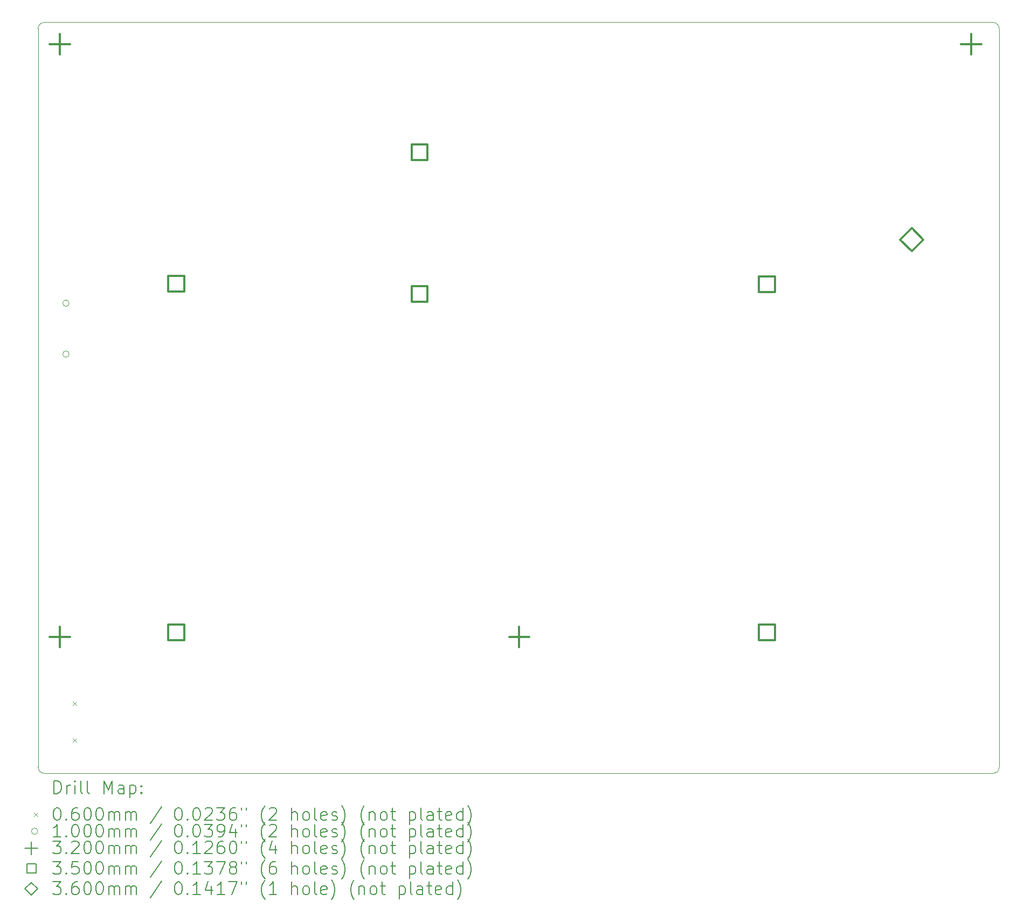
<source format=gbr>
%FSLAX45Y45*%
G04 Gerber Fmt 4.5, Leading zero omitted, Abs format (unit mm)*
G04 Created by KiCad (PCBNEW 6.0.1-79c1e3a40b~116~ubuntu20.04.1) date 2022-02-02 21:52:59*
%MOMM*%
%LPD*%
G01*
G04 APERTURE LIST*
%TA.AperFunction,Profile*%
%ADD10C,0.100000*%
%TD*%
%ADD11C,0.200000*%
%ADD12C,0.060000*%
%ADD13C,0.100000*%
%ADD14C,0.320000*%
%ADD15C,0.350000*%
%ADD16C,0.360000*%
G04 APERTURE END LIST*
D10*
X6943711Y-4329500D02*
X6943711Y-15929789D01*
X21944000Y-4229500D02*
X7043711Y-4229500D01*
X22044000Y-15930500D02*
X22044000Y-4329500D01*
X7043711Y-16029789D02*
X21944000Y-16030500D01*
X7043711Y-4229500D02*
G75*
G03*
X6943711Y-4329500I0J-100000D01*
G01*
X22044000Y-4329500D02*
G75*
G03*
X21944000Y-4229500I-100000J0D01*
G01*
X21944000Y-16030500D02*
G75*
G03*
X22044000Y-15930500I0J100000D01*
G01*
X6943711Y-15929789D02*
G75*
G03*
X7043711Y-16029789I100000J0D01*
G01*
D11*
D12*
X7490000Y-14898500D02*
X7550000Y-14958500D01*
X7550000Y-14898500D02*
X7490000Y-14958500D01*
X7490000Y-15476500D02*
X7550000Y-15536500D01*
X7550000Y-15476500D02*
X7490000Y-15536500D01*
D13*
X7431250Y-8642500D02*
G75*
G03*
X7431250Y-8642500I-50000J0D01*
G01*
X7431250Y-9442500D02*
G75*
G03*
X7431250Y-9442500I-50000J0D01*
G01*
D14*
X7287500Y-4415000D02*
X7287500Y-4735000D01*
X7127500Y-4575000D02*
X7447500Y-4575000D01*
X7287500Y-13725000D02*
X7287500Y-14045000D01*
X7127500Y-13885000D02*
X7447500Y-13885000D01*
X14502500Y-13725000D02*
X14502500Y-14045000D01*
X14342500Y-13885000D02*
X14662500Y-13885000D01*
X21600000Y-4415000D02*
X21600000Y-4735000D01*
X21440000Y-4575000D02*
X21760000Y-4575000D01*
D15*
X9237495Y-8458745D02*
X9237495Y-8211255D01*
X8990005Y-8211255D01*
X8990005Y-8458745D01*
X9237495Y-8458745D01*
X9237495Y-13938745D02*
X9237495Y-13691255D01*
X8990005Y-13691255D01*
X8990005Y-13938745D01*
X9237495Y-13938745D01*
X13057995Y-6392245D02*
X13057995Y-6144755D01*
X12810505Y-6144755D01*
X12810505Y-6392245D01*
X13057995Y-6392245D01*
X13057995Y-8622245D02*
X13057995Y-8374755D01*
X12810505Y-8374755D01*
X12810505Y-8622245D01*
X13057995Y-8622245D01*
X18517495Y-8468745D02*
X18517495Y-8221255D01*
X18270005Y-8221255D01*
X18270005Y-8468745D01*
X18517495Y-8468745D01*
X18517495Y-13938745D02*
X18517495Y-13691255D01*
X18270005Y-13691255D01*
X18270005Y-13938745D01*
X18517495Y-13938745D01*
D16*
X20668750Y-7823000D02*
X20848750Y-7643000D01*
X20668750Y-7463000D01*
X20488750Y-7643000D01*
X20668750Y-7823000D01*
D11*
X7196330Y-16345976D02*
X7196330Y-16145976D01*
X7243949Y-16145976D01*
X7272520Y-16155500D01*
X7291568Y-16174548D01*
X7301091Y-16193595D01*
X7310615Y-16231690D01*
X7310615Y-16260262D01*
X7301091Y-16298357D01*
X7291568Y-16317405D01*
X7272520Y-16336452D01*
X7243949Y-16345976D01*
X7196330Y-16345976D01*
X7396330Y-16345976D02*
X7396330Y-16212643D01*
X7396330Y-16250738D02*
X7405853Y-16231690D01*
X7415377Y-16222167D01*
X7434425Y-16212643D01*
X7453472Y-16212643D01*
X7520139Y-16345976D02*
X7520139Y-16212643D01*
X7520139Y-16145976D02*
X7510615Y-16155500D01*
X7520139Y-16165024D01*
X7529663Y-16155500D01*
X7520139Y-16145976D01*
X7520139Y-16165024D01*
X7643949Y-16345976D02*
X7624901Y-16336452D01*
X7615377Y-16317405D01*
X7615377Y-16145976D01*
X7748711Y-16345976D02*
X7729663Y-16336452D01*
X7720139Y-16317405D01*
X7720139Y-16145976D01*
X7977282Y-16345976D02*
X7977282Y-16145976D01*
X8043949Y-16288833D01*
X8110615Y-16145976D01*
X8110615Y-16345976D01*
X8291568Y-16345976D02*
X8291568Y-16241214D01*
X8282044Y-16222167D01*
X8262996Y-16212643D01*
X8224901Y-16212643D01*
X8205853Y-16222167D01*
X8291568Y-16336452D02*
X8272520Y-16345976D01*
X8224901Y-16345976D01*
X8205853Y-16336452D01*
X8196330Y-16317405D01*
X8196330Y-16298357D01*
X8205853Y-16279309D01*
X8224901Y-16269786D01*
X8272520Y-16269786D01*
X8291568Y-16260262D01*
X8386806Y-16212643D02*
X8386806Y-16412643D01*
X8386806Y-16222167D02*
X8405853Y-16212643D01*
X8443949Y-16212643D01*
X8462996Y-16222167D01*
X8472520Y-16231690D01*
X8482044Y-16250738D01*
X8482044Y-16307881D01*
X8472520Y-16326928D01*
X8462996Y-16336452D01*
X8443949Y-16345976D01*
X8405853Y-16345976D01*
X8386806Y-16336452D01*
X8567758Y-16326928D02*
X8577282Y-16336452D01*
X8567758Y-16345976D01*
X8558234Y-16336452D01*
X8567758Y-16326928D01*
X8567758Y-16345976D01*
X8567758Y-16222167D02*
X8577282Y-16231690D01*
X8567758Y-16241214D01*
X8558234Y-16231690D01*
X8567758Y-16222167D01*
X8567758Y-16241214D01*
D12*
X6878711Y-16645500D02*
X6938711Y-16705500D01*
X6938711Y-16645500D02*
X6878711Y-16705500D01*
D11*
X7234425Y-16565976D02*
X7253472Y-16565976D01*
X7272520Y-16575500D01*
X7282044Y-16585024D01*
X7291568Y-16604071D01*
X7301091Y-16642167D01*
X7301091Y-16689786D01*
X7291568Y-16727881D01*
X7282044Y-16746928D01*
X7272520Y-16756452D01*
X7253472Y-16765976D01*
X7234425Y-16765976D01*
X7215377Y-16756452D01*
X7205853Y-16746928D01*
X7196330Y-16727881D01*
X7186806Y-16689786D01*
X7186806Y-16642167D01*
X7196330Y-16604071D01*
X7205853Y-16585024D01*
X7215377Y-16575500D01*
X7234425Y-16565976D01*
X7386806Y-16746928D02*
X7396330Y-16756452D01*
X7386806Y-16765976D01*
X7377282Y-16756452D01*
X7386806Y-16746928D01*
X7386806Y-16765976D01*
X7567758Y-16565976D02*
X7529663Y-16565976D01*
X7510615Y-16575500D01*
X7501091Y-16585024D01*
X7482044Y-16613595D01*
X7472520Y-16651690D01*
X7472520Y-16727881D01*
X7482044Y-16746928D01*
X7491568Y-16756452D01*
X7510615Y-16765976D01*
X7548711Y-16765976D01*
X7567758Y-16756452D01*
X7577282Y-16746928D01*
X7586806Y-16727881D01*
X7586806Y-16680262D01*
X7577282Y-16661214D01*
X7567758Y-16651690D01*
X7548711Y-16642167D01*
X7510615Y-16642167D01*
X7491568Y-16651690D01*
X7482044Y-16661214D01*
X7472520Y-16680262D01*
X7710615Y-16565976D02*
X7729663Y-16565976D01*
X7748711Y-16575500D01*
X7758234Y-16585024D01*
X7767758Y-16604071D01*
X7777282Y-16642167D01*
X7777282Y-16689786D01*
X7767758Y-16727881D01*
X7758234Y-16746928D01*
X7748711Y-16756452D01*
X7729663Y-16765976D01*
X7710615Y-16765976D01*
X7691568Y-16756452D01*
X7682044Y-16746928D01*
X7672520Y-16727881D01*
X7662996Y-16689786D01*
X7662996Y-16642167D01*
X7672520Y-16604071D01*
X7682044Y-16585024D01*
X7691568Y-16575500D01*
X7710615Y-16565976D01*
X7901091Y-16565976D02*
X7920139Y-16565976D01*
X7939187Y-16575500D01*
X7948711Y-16585024D01*
X7958234Y-16604071D01*
X7967758Y-16642167D01*
X7967758Y-16689786D01*
X7958234Y-16727881D01*
X7948711Y-16746928D01*
X7939187Y-16756452D01*
X7920139Y-16765976D01*
X7901091Y-16765976D01*
X7882044Y-16756452D01*
X7872520Y-16746928D01*
X7862996Y-16727881D01*
X7853472Y-16689786D01*
X7853472Y-16642167D01*
X7862996Y-16604071D01*
X7872520Y-16585024D01*
X7882044Y-16575500D01*
X7901091Y-16565976D01*
X8053472Y-16765976D02*
X8053472Y-16632643D01*
X8053472Y-16651690D02*
X8062996Y-16642167D01*
X8082044Y-16632643D01*
X8110615Y-16632643D01*
X8129663Y-16642167D01*
X8139187Y-16661214D01*
X8139187Y-16765976D01*
X8139187Y-16661214D02*
X8148711Y-16642167D01*
X8167758Y-16632643D01*
X8196330Y-16632643D01*
X8215377Y-16642167D01*
X8224901Y-16661214D01*
X8224901Y-16765976D01*
X8320139Y-16765976D02*
X8320139Y-16632643D01*
X8320139Y-16651690D02*
X8329663Y-16642167D01*
X8348711Y-16632643D01*
X8377282Y-16632643D01*
X8396330Y-16642167D01*
X8405853Y-16661214D01*
X8405853Y-16765976D01*
X8405853Y-16661214D02*
X8415377Y-16642167D01*
X8434425Y-16632643D01*
X8462996Y-16632643D01*
X8482044Y-16642167D01*
X8491568Y-16661214D01*
X8491568Y-16765976D01*
X8882044Y-16556452D02*
X8710615Y-16813595D01*
X9139187Y-16565976D02*
X9158234Y-16565976D01*
X9177282Y-16575500D01*
X9186806Y-16585024D01*
X9196330Y-16604071D01*
X9205853Y-16642167D01*
X9205853Y-16689786D01*
X9196330Y-16727881D01*
X9186806Y-16746928D01*
X9177282Y-16756452D01*
X9158234Y-16765976D01*
X9139187Y-16765976D01*
X9120139Y-16756452D01*
X9110615Y-16746928D01*
X9101092Y-16727881D01*
X9091568Y-16689786D01*
X9091568Y-16642167D01*
X9101092Y-16604071D01*
X9110615Y-16585024D01*
X9120139Y-16575500D01*
X9139187Y-16565976D01*
X9291568Y-16746928D02*
X9301092Y-16756452D01*
X9291568Y-16765976D01*
X9282044Y-16756452D01*
X9291568Y-16746928D01*
X9291568Y-16765976D01*
X9424901Y-16565976D02*
X9443949Y-16565976D01*
X9462996Y-16575500D01*
X9472520Y-16585024D01*
X9482044Y-16604071D01*
X9491568Y-16642167D01*
X9491568Y-16689786D01*
X9482044Y-16727881D01*
X9472520Y-16746928D01*
X9462996Y-16756452D01*
X9443949Y-16765976D01*
X9424901Y-16765976D01*
X9405853Y-16756452D01*
X9396330Y-16746928D01*
X9386806Y-16727881D01*
X9377282Y-16689786D01*
X9377282Y-16642167D01*
X9386806Y-16604071D01*
X9396330Y-16585024D01*
X9405853Y-16575500D01*
X9424901Y-16565976D01*
X9567758Y-16585024D02*
X9577282Y-16575500D01*
X9596330Y-16565976D01*
X9643949Y-16565976D01*
X9662996Y-16575500D01*
X9672520Y-16585024D01*
X9682044Y-16604071D01*
X9682044Y-16623119D01*
X9672520Y-16651690D01*
X9558234Y-16765976D01*
X9682044Y-16765976D01*
X9748711Y-16565976D02*
X9872520Y-16565976D01*
X9805853Y-16642167D01*
X9834425Y-16642167D01*
X9853473Y-16651690D01*
X9862996Y-16661214D01*
X9872520Y-16680262D01*
X9872520Y-16727881D01*
X9862996Y-16746928D01*
X9853473Y-16756452D01*
X9834425Y-16765976D01*
X9777282Y-16765976D01*
X9758234Y-16756452D01*
X9748711Y-16746928D01*
X10043949Y-16565976D02*
X10005853Y-16565976D01*
X9986806Y-16575500D01*
X9977282Y-16585024D01*
X9958234Y-16613595D01*
X9948711Y-16651690D01*
X9948711Y-16727881D01*
X9958234Y-16746928D01*
X9967758Y-16756452D01*
X9986806Y-16765976D01*
X10024901Y-16765976D01*
X10043949Y-16756452D01*
X10053473Y-16746928D01*
X10062996Y-16727881D01*
X10062996Y-16680262D01*
X10053473Y-16661214D01*
X10043949Y-16651690D01*
X10024901Y-16642167D01*
X9986806Y-16642167D01*
X9967758Y-16651690D01*
X9958234Y-16661214D01*
X9948711Y-16680262D01*
X10139187Y-16565976D02*
X10139187Y-16604071D01*
X10215377Y-16565976D02*
X10215377Y-16604071D01*
X10510615Y-16842167D02*
X10501092Y-16832643D01*
X10482044Y-16804071D01*
X10472520Y-16785024D01*
X10462996Y-16756452D01*
X10453473Y-16708833D01*
X10453473Y-16670738D01*
X10462996Y-16623119D01*
X10472520Y-16594548D01*
X10482044Y-16575500D01*
X10501092Y-16546928D01*
X10510615Y-16537405D01*
X10577282Y-16585024D02*
X10586806Y-16575500D01*
X10605853Y-16565976D01*
X10653473Y-16565976D01*
X10672520Y-16575500D01*
X10682044Y-16585024D01*
X10691568Y-16604071D01*
X10691568Y-16623119D01*
X10682044Y-16651690D01*
X10567758Y-16765976D01*
X10691568Y-16765976D01*
X10929663Y-16765976D02*
X10929663Y-16565976D01*
X11015377Y-16765976D02*
X11015377Y-16661214D01*
X11005853Y-16642167D01*
X10986806Y-16632643D01*
X10958234Y-16632643D01*
X10939187Y-16642167D01*
X10929663Y-16651690D01*
X11139187Y-16765976D02*
X11120139Y-16756452D01*
X11110615Y-16746928D01*
X11101092Y-16727881D01*
X11101092Y-16670738D01*
X11110615Y-16651690D01*
X11120139Y-16642167D01*
X11139187Y-16632643D01*
X11167758Y-16632643D01*
X11186806Y-16642167D01*
X11196330Y-16651690D01*
X11205853Y-16670738D01*
X11205853Y-16727881D01*
X11196330Y-16746928D01*
X11186806Y-16756452D01*
X11167758Y-16765976D01*
X11139187Y-16765976D01*
X11320139Y-16765976D02*
X11301091Y-16756452D01*
X11291568Y-16737405D01*
X11291568Y-16565976D01*
X11472520Y-16756452D02*
X11453472Y-16765976D01*
X11415377Y-16765976D01*
X11396330Y-16756452D01*
X11386806Y-16737405D01*
X11386806Y-16661214D01*
X11396330Y-16642167D01*
X11415377Y-16632643D01*
X11453472Y-16632643D01*
X11472520Y-16642167D01*
X11482044Y-16661214D01*
X11482044Y-16680262D01*
X11386806Y-16699309D01*
X11558234Y-16756452D02*
X11577282Y-16765976D01*
X11615377Y-16765976D01*
X11634425Y-16756452D01*
X11643949Y-16737405D01*
X11643949Y-16727881D01*
X11634425Y-16708833D01*
X11615377Y-16699309D01*
X11586806Y-16699309D01*
X11567758Y-16689786D01*
X11558234Y-16670738D01*
X11558234Y-16661214D01*
X11567758Y-16642167D01*
X11586806Y-16632643D01*
X11615377Y-16632643D01*
X11634425Y-16642167D01*
X11710615Y-16842167D02*
X11720139Y-16832643D01*
X11739187Y-16804071D01*
X11748710Y-16785024D01*
X11758234Y-16756452D01*
X11767758Y-16708833D01*
X11767758Y-16670738D01*
X11758234Y-16623119D01*
X11748710Y-16594548D01*
X11739187Y-16575500D01*
X11720139Y-16546928D01*
X11710615Y-16537405D01*
X12072520Y-16842167D02*
X12062996Y-16832643D01*
X12043949Y-16804071D01*
X12034425Y-16785024D01*
X12024901Y-16756452D01*
X12015377Y-16708833D01*
X12015377Y-16670738D01*
X12024901Y-16623119D01*
X12034425Y-16594548D01*
X12043949Y-16575500D01*
X12062996Y-16546928D01*
X12072520Y-16537405D01*
X12148710Y-16632643D02*
X12148710Y-16765976D01*
X12148710Y-16651690D02*
X12158234Y-16642167D01*
X12177282Y-16632643D01*
X12205853Y-16632643D01*
X12224901Y-16642167D01*
X12234425Y-16661214D01*
X12234425Y-16765976D01*
X12358234Y-16765976D02*
X12339187Y-16756452D01*
X12329663Y-16746928D01*
X12320139Y-16727881D01*
X12320139Y-16670738D01*
X12329663Y-16651690D01*
X12339187Y-16642167D01*
X12358234Y-16632643D01*
X12386806Y-16632643D01*
X12405853Y-16642167D01*
X12415377Y-16651690D01*
X12424901Y-16670738D01*
X12424901Y-16727881D01*
X12415377Y-16746928D01*
X12405853Y-16756452D01*
X12386806Y-16765976D01*
X12358234Y-16765976D01*
X12482044Y-16632643D02*
X12558234Y-16632643D01*
X12510615Y-16565976D02*
X12510615Y-16737405D01*
X12520139Y-16756452D01*
X12539187Y-16765976D01*
X12558234Y-16765976D01*
X12777282Y-16632643D02*
X12777282Y-16832643D01*
X12777282Y-16642167D02*
X12796330Y-16632643D01*
X12834425Y-16632643D01*
X12853472Y-16642167D01*
X12862996Y-16651690D01*
X12872520Y-16670738D01*
X12872520Y-16727881D01*
X12862996Y-16746928D01*
X12853472Y-16756452D01*
X12834425Y-16765976D01*
X12796330Y-16765976D01*
X12777282Y-16756452D01*
X12986806Y-16765976D02*
X12967758Y-16756452D01*
X12958234Y-16737405D01*
X12958234Y-16565976D01*
X13148710Y-16765976D02*
X13148710Y-16661214D01*
X13139187Y-16642167D01*
X13120139Y-16632643D01*
X13082044Y-16632643D01*
X13062996Y-16642167D01*
X13148710Y-16756452D02*
X13129663Y-16765976D01*
X13082044Y-16765976D01*
X13062996Y-16756452D01*
X13053472Y-16737405D01*
X13053472Y-16718357D01*
X13062996Y-16699309D01*
X13082044Y-16689786D01*
X13129663Y-16689786D01*
X13148710Y-16680262D01*
X13215377Y-16632643D02*
X13291568Y-16632643D01*
X13243949Y-16565976D02*
X13243949Y-16737405D01*
X13253472Y-16756452D01*
X13272520Y-16765976D01*
X13291568Y-16765976D01*
X13434425Y-16756452D02*
X13415377Y-16765976D01*
X13377282Y-16765976D01*
X13358234Y-16756452D01*
X13348710Y-16737405D01*
X13348710Y-16661214D01*
X13358234Y-16642167D01*
X13377282Y-16632643D01*
X13415377Y-16632643D01*
X13434425Y-16642167D01*
X13443949Y-16661214D01*
X13443949Y-16680262D01*
X13348710Y-16699309D01*
X13615377Y-16765976D02*
X13615377Y-16565976D01*
X13615377Y-16756452D02*
X13596330Y-16765976D01*
X13558234Y-16765976D01*
X13539187Y-16756452D01*
X13529663Y-16746928D01*
X13520139Y-16727881D01*
X13520139Y-16670738D01*
X13529663Y-16651690D01*
X13539187Y-16642167D01*
X13558234Y-16632643D01*
X13596330Y-16632643D01*
X13615377Y-16642167D01*
X13691568Y-16842167D02*
X13701091Y-16832643D01*
X13720139Y-16804071D01*
X13729663Y-16785024D01*
X13739187Y-16756452D01*
X13748710Y-16708833D01*
X13748710Y-16670738D01*
X13739187Y-16623119D01*
X13729663Y-16594548D01*
X13720139Y-16575500D01*
X13701091Y-16546928D01*
X13691568Y-16537405D01*
D13*
X6938711Y-16939500D02*
G75*
G03*
X6938711Y-16939500I-50000J0D01*
G01*
D11*
X7301091Y-17029976D02*
X7186806Y-17029976D01*
X7243949Y-17029976D02*
X7243949Y-16829976D01*
X7224901Y-16858548D01*
X7205853Y-16877595D01*
X7186806Y-16887119D01*
X7386806Y-17010929D02*
X7396330Y-17020452D01*
X7386806Y-17029976D01*
X7377282Y-17020452D01*
X7386806Y-17010929D01*
X7386806Y-17029976D01*
X7520139Y-16829976D02*
X7539187Y-16829976D01*
X7558234Y-16839500D01*
X7567758Y-16849024D01*
X7577282Y-16868071D01*
X7586806Y-16906167D01*
X7586806Y-16953786D01*
X7577282Y-16991881D01*
X7567758Y-17010929D01*
X7558234Y-17020452D01*
X7539187Y-17029976D01*
X7520139Y-17029976D01*
X7501091Y-17020452D01*
X7491568Y-17010929D01*
X7482044Y-16991881D01*
X7472520Y-16953786D01*
X7472520Y-16906167D01*
X7482044Y-16868071D01*
X7491568Y-16849024D01*
X7501091Y-16839500D01*
X7520139Y-16829976D01*
X7710615Y-16829976D02*
X7729663Y-16829976D01*
X7748711Y-16839500D01*
X7758234Y-16849024D01*
X7767758Y-16868071D01*
X7777282Y-16906167D01*
X7777282Y-16953786D01*
X7767758Y-16991881D01*
X7758234Y-17010929D01*
X7748711Y-17020452D01*
X7729663Y-17029976D01*
X7710615Y-17029976D01*
X7691568Y-17020452D01*
X7682044Y-17010929D01*
X7672520Y-16991881D01*
X7662996Y-16953786D01*
X7662996Y-16906167D01*
X7672520Y-16868071D01*
X7682044Y-16849024D01*
X7691568Y-16839500D01*
X7710615Y-16829976D01*
X7901091Y-16829976D02*
X7920139Y-16829976D01*
X7939187Y-16839500D01*
X7948711Y-16849024D01*
X7958234Y-16868071D01*
X7967758Y-16906167D01*
X7967758Y-16953786D01*
X7958234Y-16991881D01*
X7948711Y-17010929D01*
X7939187Y-17020452D01*
X7920139Y-17029976D01*
X7901091Y-17029976D01*
X7882044Y-17020452D01*
X7872520Y-17010929D01*
X7862996Y-16991881D01*
X7853472Y-16953786D01*
X7853472Y-16906167D01*
X7862996Y-16868071D01*
X7872520Y-16849024D01*
X7882044Y-16839500D01*
X7901091Y-16829976D01*
X8053472Y-17029976D02*
X8053472Y-16896643D01*
X8053472Y-16915690D02*
X8062996Y-16906167D01*
X8082044Y-16896643D01*
X8110615Y-16896643D01*
X8129663Y-16906167D01*
X8139187Y-16925214D01*
X8139187Y-17029976D01*
X8139187Y-16925214D02*
X8148711Y-16906167D01*
X8167758Y-16896643D01*
X8196330Y-16896643D01*
X8215377Y-16906167D01*
X8224901Y-16925214D01*
X8224901Y-17029976D01*
X8320139Y-17029976D02*
X8320139Y-16896643D01*
X8320139Y-16915690D02*
X8329663Y-16906167D01*
X8348711Y-16896643D01*
X8377282Y-16896643D01*
X8396330Y-16906167D01*
X8405853Y-16925214D01*
X8405853Y-17029976D01*
X8405853Y-16925214D02*
X8415377Y-16906167D01*
X8434425Y-16896643D01*
X8462996Y-16896643D01*
X8482044Y-16906167D01*
X8491568Y-16925214D01*
X8491568Y-17029976D01*
X8882044Y-16820452D02*
X8710615Y-17077595D01*
X9139187Y-16829976D02*
X9158234Y-16829976D01*
X9177282Y-16839500D01*
X9186806Y-16849024D01*
X9196330Y-16868071D01*
X9205853Y-16906167D01*
X9205853Y-16953786D01*
X9196330Y-16991881D01*
X9186806Y-17010929D01*
X9177282Y-17020452D01*
X9158234Y-17029976D01*
X9139187Y-17029976D01*
X9120139Y-17020452D01*
X9110615Y-17010929D01*
X9101092Y-16991881D01*
X9091568Y-16953786D01*
X9091568Y-16906167D01*
X9101092Y-16868071D01*
X9110615Y-16849024D01*
X9120139Y-16839500D01*
X9139187Y-16829976D01*
X9291568Y-17010929D02*
X9301092Y-17020452D01*
X9291568Y-17029976D01*
X9282044Y-17020452D01*
X9291568Y-17010929D01*
X9291568Y-17029976D01*
X9424901Y-16829976D02*
X9443949Y-16829976D01*
X9462996Y-16839500D01*
X9472520Y-16849024D01*
X9482044Y-16868071D01*
X9491568Y-16906167D01*
X9491568Y-16953786D01*
X9482044Y-16991881D01*
X9472520Y-17010929D01*
X9462996Y-17020452D01*
X9443949Y-17029976D01*
X9424901Y-17029976D01*
X9405853Y-17020452D01*
X9396330Y-17010929D01*
X9386806Y-16991881D01*
X9377282Y-16953786D01*
X9377282Y-16906167D01*
X9386806Y-16868071D01*
X9396330Y-16849024D01*
X9405853Y-16839500D01*
X9424901Y-16829976D01*
X9558234Y-16829976D02*
X9682044Y-16829976D01*
X9615377Y-16906167D01*
X9643949Y-16906167D01*
X9662996Y-16915690D01*
X9672520Y-16925214D01*
X9682044Y-16944262D01*
X9682044Y-16991881D01*
X9672520Y-17010929D01*
X9662996Y-17020452D01*
X9643949Y-17029976D01*
X9586806Y-17029976D01*
X9567758Y-17020452D01*
X9558234Y-17010929D01*
X9777282Y-17029976D02*
X9815377Y-17029976D01*
X9834425Y-17020452D01*
X9843949Y-17010929D01*
X9862996Y-16982357D01*
X9872520Y-16944262D01*
X9872520Y-16868071D01*
X9862996Y-16849024D01*
X9853473Y-16839500D01*
X9834425Y-16829976D01*
X9796330Y-16829976D01*
X9777282Y-16839500D01*
X9767758Y-16849024D01*
X9758234Y-16868071D01*
X9758234Y-16915690D01*
X9767758Y-16934738D01*
X9777282Y-16944262D01*
X9796330Y-16953786D01*
X9834425Y-16953786D01*
X9853473Y-16944262D01*
X9862996Y-16934738D01*
X9872520Y-16915690D01*
X10043949Y-16896643D02*
X10043949Y-17029976D01*
X9996330Y-16820452D02*
X9948711Y-16963310D01*
X10072520Y-16963310D01*
X10139187Y-16829976D02*
X10139187Y-16868071D01*
X10215377Y-16829976D02*
X10215377Y-16868071D01*
X10510615Y-17106167D02*
X10501092Y-17096643D01*
X10482044Y-17068071D01*
X10472520Y-17049024D01*
X10462996Y-17020452D01*
X10453473Y-16972833D01*
X10453473Y-16934738D01*
X10462996Y-16887119D01*
X10472520Y-16858548D01*
X10482044Y-16839500D01*
X10501092Y-16810929D01*
X10510615Y-16801405D01*
X10577282Y-16849024D02*
X10586806Y-16839500D01*
X10605853Y-16829976D01*
X10653473Y-16829976D01*
X10672520Y-16839500D01*
X10682044Y-16849024D01*
X10691568Y-16868071D01*
X10691568Y-16887119D01*
X10682044Y-16915690D01*
X10567758Y-17029976D01*
X10691568Y-17029976D01*
X10929663Y-17029976D02*
X10929663Y-16829976D01*
X11015377Y-17029976D02*
X11015377Y-16925214D01*
X11005853Y-16906167D01*
X10986806Y-16896643D01*
X10958234Y-16896643D01*
X10939187Y-16906167D01*
X10929663Y-16915690D01*
X11139187Y-17029976D02*
X11120139Y-17020452D01*
X11110615Y-17010929D01*
X11101092Y-16991881D01*
X11101092Y-16934738D01*
X11110615Y-16915690D01*
X11120139Y-16906167D01*
X11139187Y-16896643D01*
X11167758Y-16896643D01*
X11186806Y-16906167D01*
X11196330Y-16915690D01*
X11205853Y-16934738D01*
X11205853Y-16991881D01*
X11196330Y-17010929D01*
X11186806Y-17020452D01*
X11167758Y-17029976D01*
X11139187Y-17029976D01*
X11320139Y-17029976D02*
X11301091Y-17020452D01*
X11291568Y-17001405D01*
X11291568Y-16829976D01*
X11472520Y-17020452D02*
X11453472Y-17029976D01*
X11415377Y-17029976D01*
X11396330Y-17020452D01*
X11386806Y-17001405D01*
X11386806Y-16925214D01*
X11396330Y-16906167D01*
X11415377Y-16896643D01*
X11453472Y-16896643D01*
X11472520Y-16906167D01*
X11482044Y-16925214D01*
X11482044Y-16944262D01*
X11386806Y-16963310D01*
X11558234Y-17020452D02*
X11577282Y-17029976D01*
X11615377Y-17029976D01*
X11634425Y-17020452D01*
X11643949Y-17001405D01*
X11643949Y-16991881D01*
X11634425Y-16972833D01*
X11615377Y-16963310D01*
X11586806Y-16963310D01*
X11567758Y-16953786D01*
X11558234Y-16934738D01*
X11558234Y-16925214D01*
X11567758Y-16906167D01*
X11586806Y-16896643D01*
X11615377Y-16896643D01*
X11634425Y-16906167D01*
X11710615Y-17106167D02*
X11720139Y-17096643D01*
X11739187Y-17068071D01*
X11748710Y-17049024D01*
X11758234Y-17020452D01*
X11767758Y-16972833D01*
X11767758Y-16934738D01*
X11758234Y-16887119D01*
X11748710Y-16858548D01*
X11739187Y-16839500D01*
X11720139Y-16810929D01*
X11710615Y-16801405D01*
X12072520Y-17106167D02*
X12062996Y-17096643D01*
X12043949Y-17068071D01*
X12034425Y-17049024D01*
X12024901Y-17020452D01*
X12015377Y-16972833D01*
X12015377Y-16934738D01*
X12024901Y-16887119D01*
X12034425Y-16858548D01*
X12043949Y-16839500D01*
X12062996Y-16810929D01*
X12072520Y-16801405D01*
X12148710Y-16896643D02*
X12148710Y-17029976D01*
X12148710Y-16915690D02*
X12158234Y-16906167D01*
X12177282Y-16896643D01*
X12205853Y-16896643D01*
X12224901Y-16906167D01*
X12234425Y-16925214D01*
X12234425Y-17029976D01*
X12358234Y-17029976D02*
X12339187Y-17020452D01*
X12329663Y-17010929D01*
X12320139Y-16991881D01*
X12320139Y-16934738D01*
X12329663Y-16915690D01*
X12339187Y-16906167D01*
X12358234Y-16896643D01*
X12386806Y-16896643D01*
X12405853Y-16906167D01*
X12415377Y-16915690D01*
X12424901Y-16934738D01*
X12424901Y-16991881D01*
X12415377Y-17010929D01*
X12405853Y-17020452D01*
X12386806Y-17029976D01*
X12358234Y-17029976D01*
X12482044Y-16896643D02*
X12558234Y-16896643D01*
X12510615Y-16829976D02*
X12510615Y-17001405D01*
X12520139Y-17020452D01*
X12539187Y-17029976D01*
X12558234Y-17029976D01*
X12777282Y-16896643D02*
X12777282Y-17096643D01*
X12777282Y-16906167D02*
X12796330Y-16896643D01*
X12834425Y-16896643D01*
X12853472Y-16906167D01*
X12862996Y-16915690D01*
X12872520Y-16934738D01*
X12872520Y-16991881D01*
X12862996Y-17010929D01*
X12853472Y-17020452D01*
X12834425Y-17029976D01*
X12796330Y-17029976D01*
X12777282Y-17020452D01*
X12986806Y-17029976D02*
X12967758Y-17020452D01*
X12958234Y-17001405D01*
X12958234Y-16829976D01*
X13148710Y-17029976D02*
X13148710Y-16925214D01*
X13139187Y-16906167D01*
X13120139Y-16896643D01*
X13082044Y-16896643D01*
X13062996Y-16906167D01*
X13148710Y-17020452D02*
X13129663Y-17029976D01*
X13082044Y-17029976D01*
X13062996Y-17020452D01*
X13053472Y-17001405D01*
X13053472Y-16982357D01*
X13062996Y-16963310D01*
X13082044Y-16953786D01*
X13129663Y-16953786D01*
X13148710Y-16944262D01*
X13215377Y-16896643D02*
X13291568Y-16896643D01*
X13243949Y-16829976D02*
X13243949Y-17001405D01*
X13253472Y-17020452D01*
X13272520Y-17029976D01*
X13291568Y-17029976D01*
X13434425Y-17020452D02*
X13415377Y-17029976D01*
X13377282Y-17029976D01*
X13358234Y-17020452D01*
X13348710Y-17001405D01*
X13348710Y-16925214D01*
X13358234Y-16906167D01*
X13377282Y-16896643D01*
X13415377Y-16896643D01*
X13434425Y-16906167D01*
X13443949Y-16925214D01*
X13443949Y-16944262D01*
X13348710Y-16963310D01*
X13615377Y-17029976D02*
X13615377Y-16829976D01*
X13615377Y-17020452D02*
X13596330Y-17029976D01*
X13558234Y-17029976D01*
X13539187Y-17020452D01*
X13529663Y-17010929D01*
X13520139Y-16991881D01*
X13520139Y-16934738D01*
X13529663Y-16915690D01*
X13539187Y-16906167D01*
X13558234Y-16896643D01*
X13596330Y-16896643D01*
X13615377Y-16906167D01*
X13691568Y-17106167D02*
X13701091Y-17096643D01*
X13720139Y-17068071D01*
X13729663Y-17049024D01*
X13739187Y-17020452D01*
X13748710Y-16972833D01*
X13748710Y-16934738D01*
X13739187Y-16887119D01*
X13729663Y-16858548D01*
X13720139Y-16839500D01*
X13701091Y-16810929D01*
X13691568Y-16801405D01*
X6838711Y-17103500D02*
X6838711Y-17303500D01*
X6738711Y-17203500D02*
X6938711Y-17203500D01*
X7177282Y-17093976D02*
X7301091Y-17093976D01*
X7234425Y-17170167D01*
X7262996Y-17170167D01*
X7282044Y-17179690D01*
X7291568Y-17189214D01*
X7301091Y-17208262D01*
X7301091Y-17255881D01*
X7291568Y-17274929D01*
X7282044Y-17284452D01*
X7262996Y-17293976D01*
X7205853Y-17293976D01*
X7186806Y-17284452D01*
X7177282Y-17274929D01*
X7386806Y-17274929D02*
X7396330Y-17284452D01*
X7386806Y-17293976D01*
X7377282Y-17284452D01*
X7386806Y-17274929D01*
X7386806Y-17293976D01*
X7472520Y-17113024D02*
X7482044Y-17103500D01*
X7501091Y-17093976D01*
X7548711Y-17093976D01*
X7567758Y-17103500D01*
X7577282Y-17113024D01*
X7586806Y-17132071D01*
X7586806Y-17151119D01*
X7577282Y-17179690D01*
X7462996Y-17293976D01*
X7586806Y-17293976D01*
X7710615Y-17093976D02*
X7729663Y-17093976D01*
X7748711Y-17103500D01*
X7758234Y-17113024D01*
X7767758Y-17132071D01*
X7777282Y-17170167D01*
X7777282Y-17217786D01*
X7767758Y-17255881D01*
X7758234Y-17274929D01*
X7748711Y-17284452D01*
X7729663Y-17293976D01*
X7710615Y-17293976D01*
X7691568Y-17284452D01*
X7682044Y-17274929D01*
X7672520Y-17255881D01*
X7662996Y-17217786D01*
X7662996Y-17170167D01*
X7672520Y-17132071D01*
X7682044Y-17113024D01*
X7691568Y-17103500D01*
X7710615Y-17093976D01*
X7901091Y-17093976D02*
X7920139Y-17093976D01*
X7939187Y-17103500D01*
X7948711Y-17113024D01*
X7958234Y-17132071D01*
X7967758Y-17170167D01*
X7967758Y-17217786D01*
X7958234Y-17255881D01*
X7948711Y-17274929D01*
X7939187Y-17284452D01*
X7920139Y-17293976D01*
X7901091Y-17293976D01*
X7882044Y-17284452D01*
X7872520Y-17274929D01*
X7862996Y-17255881D01*
X7853472Y-17217786D01*
X7853472Y-17170167D01*
X7862996Y-17132071D01*
X7872520Y-17113024D01*
X7882044Y-17103500D01*
X7901091Y-17093976D01*
X8053472Y-17293976D02*
X8053472Y-17160643D01*
X8053472Y-17179690D02*
X8062996Y-17170167D01*
X8082044Y-17160643D01*
X8110615Y-17160643D01*
X8129663Y-17170167D01*
X8139187Y-17189214D01*
X8139187Y-17293976D01*
X8139187Y-17189214D02*
X8148711Y-17170167D01*
X8167758Y-17160643D01*
X8196330Y-17160643D01*
X8215377Y-17170167D01*
X8224901Y-17189214D01*
X8224901Y-17293976D01*
X8320139Y-17293976D02*
X8320139Y-17160643D01*
X8320139Y-17179690D02*
X8329663Y-17170167D01*
X8348711Y-17160643D01*
X8377282Y-17160643D01*
X8396330Y-17170167D01*
X8405853Y-17189214D01*
X8405853Y-17293976D01*
X8405853Y-17189214D02*
X8415377Y-17170167D01*
X8434425Y-17160643D01*
X8462996Y-17160643D01*
X8482044Y-17170167D01*
X8491568Y-17189214D01*
X8491568Y-17293976D01*
X8882044Y-17084452D02*
X8710615Y-17341595D01*
X9139187Y-17093976D02*
X9158234Y-17093976D01*
X9177282Y-17103500D01*
X9186806Y-17113024D01*
X9196330Y-17132071D01*
X9205853Y-17170167D01*
X9205853Y-17217786D01*
X9196330Y-17255881D01*
X9186806Y-17274929D01*
X9177282Y-17284452D01*
X9158234Y-17293976D01*
X9139187Y-17293976D01*
X9120139Y-17284452D01*
X9110615Y-17274929D01*
X9101092Y-17255881D01*
X9091568Y-17217786D01*
X9091568Y-17170167D01*
X9101092Y-17132071D01*
X9110615Y-17113024D01*
X9120139Y-17103500D01*
X9139187Y-17093976D01*
X9291568Y-17274929D02*
X9301092Y-17284452D01*
X9291568Y-17293976D01*
X9282044Y-17284452D01*
X9291568Y-17274929D01*
X9291568Y-17293976D01*
X9491568Y-17293976D02*
X9377282Y-17293976D01*
X9434425Y-17293976D02*
X9434425Y-17093976D01*
X9415377Y-17122548D01*
X9396330Y-17141595D01*
X9377282Y-17151119D01*
X9567758Y-17113024D02*
X9577282Y-17103500D01*
X9596330Y-17093976D01*
X9643949Y-17093976D01*
X9662996Y-17103500D01*
X9672520Y-17113024D01*
X9682044Y-17132071D01*
X9682044Y-17151119D01*
X9672520Y-17179690D01*
X9558234Y-17293976D01*
X9682044Y-17293976D01*
X9853473Y-17093976D02*
X9815377Y-17093976D01*
X9796330Y-17103500D01*
X9786806Y-17113024D01*
X9767758Y-17141595D01*
X9758234Y-17179690D01*
X9758234Y-17255881D01*
X9767758Y-17274929D01*
X9777282Y-17284452D01*
X9796330Y-17293976D01*
X9834425Y-17293976D01*
X9853473Y-17284452D01*
X9862996Y-17274929D01*
X9872520Y-17255881D01*
X9872520Y-17208262D01*
X9862996Y-17189214D01*
X9853473Y-17179690D01*
X9834425Y-17170167D01*
X9796330Y-17170167D01*
X9777282Y-17179690D01*
X9767758Y-17189214D01*
X9758234Y-17208262D01*
X9996330Y-17093976D02*
X10015377Y-17093976D01*
X10034425Y-17103500D01*
X10043949Y-17113024D01*
X10053473Y-17132071D01*
X10062996Y-17170167D01*
X10062996Y-17217786D01*
X10053473Y-17255881D01*
X10043949Y-17274929D01*
X10034425Y-17284452D01*
X10015377Y-17293976D01*
X9996330Y-17293976D01*
X9977282Y-17284452D01*
X9967758Y-17274929D01*
X9958234Y-17255881D01*
X9948711Y-17217786D01*
X9948711Y-17170167D01*
X9958234Y-17132071D01*
X9967758Y-17113024D01*
X9977282Y-17103500D01*
X9996330Y-17093976D01*
X10139187Y-17093976D02*
X10139187Y-17132071D01*
X10215377Y-17093976D02*
X10215377Y-17132071D01*
X10510615Y-17370167D02*
X10501092Y-17360643D01*
X10482044Y-17332071D01*
X10472520Y-17313024D01*
X10462996Y-17284452D01*
X10453473Y-17236833D01*
X10453473Y-17198738D01*
X10462996Y-17151119D01*
X10472520Y-17122548D01*
X10482044Y-17103500D01*
X10501092Y-17074929D01*
X10510615Y-17065405D01*
X10672520Y-17160643D02*
X10672520Y-17293976D01*
X10624901Y-17084452D02*
X10577282Y-17227310D01*
X10701092Y-17227310D01*
X10929663Y-17293976D02*
X10929663Y-17093976D01*
X11015377Y-17293976D02*
X11015377Y-17189214D01*
X11005853Y-17170167D01*
X10986806Y-17160643D01*
X10958234Y-17160643D01*
X10939187Y-17170167D01*
X10929663Y-17179690D01*
X11139187Y-17293976D02*
X11120139Y-17284452D01*
X11110615Y-17274929D01*
X11101092Y-17255881D01*
X11101092Y-17198738D01*
X11110615Y-17179690D01*
X11120139Y-17170167D01*
X11139187Y-17160643D01*
X11167758Y-17160643D01*
X11186806Y-17170167D01*
X11196330Y-17179690D01*
X11205853Y-17198738D01*
X11205853Y-17255881D01*
X11196330Y-17274929D01*
X11186806Y-17284452D01*
X11167758Y-17293976D01*
X11139187Y-17293976D01*
X11320139Y-17293976D02*
X11301091Y-17284452D01*
X11291568Y-17265405D01*
X11291568Y-17093976D01*
X11472520Y-17284452D02*
X11453472Y-17293976D01*
X11415377Y-17293976D01*
X11396330Y-17284452D01*
X11386806Y-17265405D01*
X11386806Y-17189214D01*
X11396330Y-17170167D01*
X11415377Y-17160643D01*
X11453472Y-17160643D01*
X11472520Y-17170167D01*
X11482044Y-17189214D01*
X11482044Y-17208262D01*
X11386806Y-17227310D01*
X11558234Y-17284452D02*
X11577282Y-17293976D01*
X11615377Y-17293976D01*
X11634425Y-17284452D01*
X11643949Y-17265405D01*
X11643949Y-17255881D01*
X11634425Y-17236833D01*
X11615377Y-17227310D01*
X11586806Y-17227310D01*
X11567758Y-17217786D01*
X11558234Y-17198738D01*
X11558234Y-17189214D01*
X11567758Y-17170167D01*
X11586806Y-17160643D01*
X11615377Y-17160643D01*
X11634425Y-17170167D01*
X11710615Y-17370167D02*
X11720139Y-17360643D01*
X11739187Y-17332071D01*
X11748710Y-17313024D01*
X11758234Y-17284452D01*
X11767758Y-17236833D01*
X11767758Y-17198738D01*
X11758234Y-17151119D01*
X11748710Y-17122548D01*
X11739187Y-17103500D01*
X11720139Y-17074929D01*
X11710615Y-17065405D01*
X12072520Y-17370167D02*
X12062996Y-17360643D01*
X12043949Y-17332071D01*
X12034425Y-17313024D01*
X12024901Y-17284452D01*
X12015377Y-17236833D01*
X12015377Y-17198738D01*
X12024901Y-17151119D01*
X12034425Y-17122548D01*
X12043949Y-17103500D01*
X12062996Y-17074929D01*
X12072520Y-17065405D01*
X12148710Y-17160643D02*
X12148710Y-17293976D01*
X12148710Y-17179690D02*
X12158234Y-17170167D01*
X12177282Y-17160643D01*
X12205853Y-17160643D01*
X12224901Y-17170167D01*
X12234425Y-17189214D01*
X12234425Y-17293976D01*
X12358234Y-17293976D02*
X12339187Y-17284452D01*
X12329663Y-17274929D01*
X12320139Y-17255881D01*
X12320139Y-17198738D01*
X12329663Y-17179690D01*
X12339187Y-17170167D01*
X12358234Y-17160643D01*
X12386806Y-17160643D01*
X12405853Y-17170167D01*
X12415377Y-17179690D01*
X12424901Y-17198738D01*
X12424901Y-17255881D01*
X12415377Y-17274929D01*
X12405853Y-17284452D01*
X12386806Y-17293976D01*
X12358234Y-17293976D01*
X12482044Y-17160643D02*
X12558234Y-17160643D01*
X12510615Y-17093976D02*
X12510615Y-17265405D01*
X12520139Y-17284452D01*
X12539187Y-17293976D01*
X12558234Y-17293976D01*
X12777282Y-17160643D02*
X12777282Y-17360643D01*
X12777282Y-17170167D02*
X12796330Y-17160643D01*
X12834425Y-17160643D01*
X12853472Y-17170167D01*
X12862996Y-17179690D01*
X12872520Y-17198738D01*
X12872520Y-17255881D01*
X12862996Y-17274929D01*
X12853472Y-17284452D01*
X12834425Y-17293976D01*
X12796330Y-17293976D01*
X12777282Y-17284452D01*
X12986806Y-17293976D02*
X12967758Y-17284452D01*
X12958234Y-17265405D01*
X12958234Y-17093976D01*
X13148710Y-17293976D02*
X13148710Y-17189214D01*
X13139187Y-17170167D01*
X13120139Y-17160643D01*
X13082044Y-17160643D01*
X13062996Y-17170167D01*
X13148710Y-17284452D02*
X13129663Y-17293976D01*
X13082044Y-17293976D01*
X13062996Y-17284452D01*
X13053472Y-17265405D01*
X13053472Y-17246357D01*
X13062996Y-17227310D01*
X13082044Y-17217786D01*
X13129663Y-17217786D01*
X13148710Y-17208262D01*
X13215377Y-17160643D02*
X13291568Y-17160643D01*
X13243949Y-17093976D02*
X13243949Y-17265405D01*
X13253472Y-17284452D01*
X13272520Y-17293976D01*
X13291568Y-17293976D01*
X13434425Y-17284452D02*
X13415377Y-17293976D01*
X13377282Y-17293976D01*
X13358234Y-17284452D01*
X13348710Y-17265405D01*
X13348710Y-17189214D01*
X13358234Y-17170167D01*
X13377282Y-17160643D01*
X13415377Y-17160643D01*
X13434425Y-17170167D01*
X13443949Y-17189214D01*
X13443949Y-17208262D01*
X13348710Y-17227310D01*
X13615377Y-17293976D02*
X13615377Y-17093976D01*
X13615377Y-17284452D02*
X13596330Y-17293976D01*
X13558234Y-17293976D01*
X13539187Y-17284452D01*
X13529663Y-17274929D01*
X13520139Y-17255881D01*
X13520139Y-17198738D01*
X13529663Y-17179690D01*
X13539187Y-17170167D01*
X13558234Y-17160643D01*
X13596330Y-17160643D01*
X13615377Y-17170167D01*
X13691568Y-17370167D02*
X13701091Y-17360643D01*
X13720139Y-17332071D01*
X13729663Y-17313024D01*
X13739187Y-17284452D01*
X13748710Y-17236833D01*
X13748710Y-17198738D01*
X13739187Y-17151119D01*
X13729663Y-17122548D01*
X13720139Y-17103500D01*
X13701091Y-17074929D01*
X13691568Y-17065405D01*
X6909422Y-17594211D02*
X6909422Y-17452789D01*
X6767999Y-17452789D01*
X6767999Y-17594211D01*
X6909422Y-17594211D01*
X7177282Y-17413976D02*
X7301091Y-17413976D01*
X7234425Y-17490167D01*
X7262996Y-17490167D01*
X7282044Y-17499690D01*
X7291568Y-17509214D01*
X7301091Y-17528262D01*
X7301091Y-17575881D01*
X7291568Y-17594929D01*
X7282044Y-17604452D01*
X7262996Y-17613976D01*
X7205853Y-17613976D01*
X7186806Y-17604452D01*
X7177282Y-17594929D01*
X7386806Y-17594929D02*
X7396330Y-17604452D01*
X7386806Y-17613976D01*
X7377282Y-17604452D01*
X7386806Y-17594929D01*
X7386806Y-17613976D01*
X7577282Y-17413976D02*
X7482044Y-17413976D01*
X7472520Y-17509214D01*
X7482044Y-17499690D01*
X7501091Y-17490167D01*
X7548711Y-17490167D01*
X7567758Y-17499690D01*
X7577282Y-17509214D01*
X7586806Y-17528262D01*
X7586806Y-17575881D01*
X7577282Y-17594929D01*
X7567758Y-17604452D01*
X7548711Y-17613976D01*
X7501091Y-17613976D01*
X7482044Y-17604452D01*
X7472520Y-17594929D01*
X7710615Y-17413976D02*
X7729663Y-17413976D01*
X7748711Y-17423500D01*
X7758234Y-17433024D01*
X7767758Y-17452071D01*
X7777282Y-17490167D01*
X7777282Y-17537786D01*
X7767758Y-17575881D01*
X7758234Y-17594929D01*
X7748711Y-17604452D01*
X7729663Y-17613976D01*
X7710615Y-17613976D01*
X7691568Y-17604452D01*
X7682044Y-17594929D01*
X7672520Y-17575881D01*
X7662996Y-17537786D01*
X7662996Y-17490167D01*
X7672520Y-17452071D01*
X7682044Y-17433024D01*
X7691568Y-17423500D01*
X7710615Y-17413976D01*
X7901091Y-17413976D02*
X7920139Y-17413976D01*
X7939187Y-17423500D01*
X7948711Y-17433024D01*
X7958234Y-17452071D01*
X7967758Y-17490167D01*
X7967758Y-17537786D01*
X7958234Y-17575881D01*
X7948711Y-17594929D01*
X7939187Y-17604452D01*
X7920139Y-17613976D01*
X7901091Y-17613976D01*
X7882044Y-17604452D01*
X7872520Y-17594929D01*
X7862996Y-17575881D01*
X7853472Y-17537786D01*
X7853472Y-17490167D01*
X7862996Y-17452071D01*
X7872520Y-17433024D01*
X7882044Y-17423500D01*
X7901091Y-17413976D01*
X8053472Y-17613976D02*
X8053472Y-17480643D01*
X8053472Y-17499690D02*
X8062996Y-17490167D01*
X8082044Y-17480643D01*
X8110615Y-17480643D01*
X8129663Y-17490167D01*
X8139187Y-17509214D01*
X8139187Y-17613976D01*
X8139187Y-17509214D02*
X8148711Y-17490167D01*
X8167758Y-17480643D01*
X8196330Y-17480643D01*
X8215377Y-17490167D01*
X8224901Y-17509214D01*
X8224901Y-17613976D01*
X8320139Y-17613976D02*
X8320139Y-17480643D01*
X8320139Y-17499690D02*
X8329663Y-17490167D01*
X8348711Y-17480643D01*
X8377282Y-17480643D01*
X8396330Y-17490167D01*
X8405853Y-17509214D01*
X8405853Y-17613976D01*
X8405853Y-17509214D02*
X8415377Y-17490167D01*
X8434425Y-17480643D01*
X8462996Y-17480643D01*
X8482044Y-17490167D01*
X8491568Y-17509214D01*
X8491568Y-17613976D01*
X8882044Y-17404452D02*
X8710615Y-17661595D01*
X9139187Y-17413976D02*
X9158234Y-17413976D01*
X9177282Y-17423500D01*
X9186806Y-17433024D01*
X9196330Y-17452071D01*
X9205853Y-17490167D01*
X9205853Y-17537786D01*
X9196330Y-17575881D01*
X9186806Y-17594929D01*
X9177282Y-17604452D01*
X9158234Y-17613976D01*
X9139187Y-17613976D01*
X9120139Y-17604452D01*
X9110615Y-17594929D01*
X9101092Y-17575881D01*
X9091568Y-17537786D01*
X9091568Y-17490167D01*
X9101092Y-17452071D01*
X9110615Y-17433024D01*
X9120139Y-17423500D01*
X9139187Y-17413976D01*
X9291568Y-17594929D02*
X9301092Y-17604452D01*
X9291568Y-17613976D01*
X9282044Y-17604452D01*
X9291568Y-17594929D01*
X9291568Y-17613976D01*
X9491568Y-17613976D02*
X9377282Y-17613976D01*
X9434425Y-17613976D02*
X9434425Y-17413976D01*
X9415377Y-17442548D01*
X9396330Y-17461595D01*
X9377282Y-17471119D01*
X9558234Y-17413976D02*
X9682044Y-17413976D01*
X9615377Y-17490167D01*
X9643949Y-17490167D01*
X9662996Y-17499690D01*
X9672520Y-17509214D01*
X9682044Y-17528262D01*
X9682044Y-17575881D01*
X9672520Y-17594929D01*
X9662996Y-17604452D01*
X9643949Y-17613976D01*
X9586806Y-17613976D01*
X9567758Y-17604452D01*
X9558234Y-17594929D01*
X9748711Y-17413976D02*
X9882044Y-17413976D01*
X9796330Y-17613976D01*
X9986806Y-17499690D02*
X9967758Y-17490167D01*
X9958234Y-17480643D01*
X9948711Y-17461595D01*
X9948711Y-17452071D01*
X9958234Y-17433024D01*
X9967758Y-17423500D01*
X9986806Y-17413976D01*
X10024901Y-17413976D01*
X10043949Y-17423500D01*
X10053473Y-17433024D01*
X10062996Y-17452071D01*
X10062996Y-17461595D01*
X10053473Y-17480643D01*
X10043949Y-17490167D01*
X10024901Y-17499690D01*
X9986806Y-17499690D01*
X9967758Y-17509214D01*
X9958234Y-17518738D01*
X9948711Y-17537786D01*
X9948711Y-17575881D01*
X9958234Y-17594929D01*
X9967758Y-17604452D01*
X9986806Y-17613976D01*
X10024901Y-17613976D01*
X10043949Y-17604452D01*
X10053473Y-17594929D01*
X10062996Y-17575881D01*
X10062996Y-17537786D01*
X10053473Y-17518738D01*
X10043949Y-17509214D01*
X10024901Y-17499690D01*
X10139187Y-17413976D02*
X10139187Y-17452071D01*
X10215377Y-17413976D02*
X10215377Y-17452071D01*
X10510615Y-17690167D02*
X10501092Y-17680643D01*
X10482044Y-17652071D01*
X10472520Y-17633024D01*
X10462996Y-17604452D01*
X10453473Y-17556833D01*
X10453473Y-17518738D01*
X10462996Y-17471119D01*
X10472520Y-17442548D01*
X10482044Y-17423500D01*
X10501092Y-17394929D01*
X10510615Y-17385405D01*
X10672520Y-17413976D02*
X10634425Y-17413976D01*
X10615377Y-17423500D01*
X10605853Y-17433024D01*
X10586806Y-17461595D01*
X10577282Y-17499690D01*
X10577282Y-17575881D01*
X10586806Y-17594929D01*
X10596330Y-17604452D01*
X10615377Y-17613976D01*
X10653473Y-17613976D01*
X10672520Y-17604452D01*
X10682044Y-17594929D01*
X10691568Y-17575881D01*
X10691568Y-17528262D01*
X10682044Y-17509214D01*
X10672520Y-17499690D01*
X10653473Y-17490167D01*
X10615377Y-17490167D01*
X10596330Y-17499690D01*
X10586806Y-17509214D01*
X10577282Y-17528262D01*
X10929663Y-17613976D02*
X10929663Y-17413976D01*
X11015377Y-17613976D02*
X11015377Y-17509214D01*
X11005853Y-17490167D01*
X10986806Y-17480643D01*
X10958234Y-17480643D01*
X10939187Y-17490167D01*
X10929663Y-17499690D01*
X11139187Y-17613976D02*
X11120139Y-17604452D01*
X11110615Y-17594929D01*
X11101092Y-17575881D01*
X11101092Y-17518738D01*
X11110615Y-17499690D01*
X11120139Y-17490167D01*
X11139187Y-17480643D01*
X11167758Y-17480643D01*
X11186806Y-17490167D01*
X11196330Y-17499690D01*
X11205853Y-17518738D01*
X11205853Y-17575881D01*
X11196330Y-17594929D01*
X11186806Y-17604452D01*
X11167758Y-17613976D01*
X11139187Y-17613976D01*
X11320139Y-17613976D02*
X11301091Y-17604452D01*
X11291568Y-17585405D01*
X11291568Y-17413976D01*
X11472520Y-17604452D02*
X11453472Y-17613976D01*
X11415377Y-17613976D01*
X11396330Y-17604452D01*
X11386806Y-17585405D01*
X11386806Y-17509214D01*
X11396330Y-17490167D01*
X11415377Y-17480643D01*
X11453472Y-17480643D01*
X11472520Y-17490167D01*
X11482044Y-17509214D01*
X11482044Y-17528262D01*
X11386806Y-17547310D01*
X11558234Y-17604452D02*
X11577282Y-17613976D01*
X11615377Y-17613976D01*
X11634425Y-17604452D01*
X11643949Y-17585405D01*
X11643949Y-17575881D01*
X11634425Y-17556833D01*
X11615377Y-17547310D01*
X11586806Y-17547310D01*
X11567758Y-17537786D01*
X11558234Y-17518738D01*
X11558234Y-17509214D01*
X11567758Y-17490167D01*
X11586806Y-17480643D01*
X11615377Y-17480643D01*
X11634425Y-17490167D01*
X11710615Y-17690167D02*
X11720139Y-17680643D01*
X11739187Y-17652071D01*
X11748710Y-17633024D01*
X11758234Y-17604452D01*
X11767758Y-17556833D01*
X11767758Y-17518738D01*
X11758234Y-17471119D01*
X11748710Y-17442548D01*
X11739187Y-17423500D01*
X11720139Y-17394929D01*
X11710615Y-17385405D01*
X12072520Y-17690167D02*
X12062996Y-17680643D01*
X12043949Y-17652071D01*
X12034425Y-17633024D01*
X12024901Y-17604452D01*
X12015377Y-17556833D01*
X12015377Y-17518738D01*
X12024901Y-17471119D01*
X12034425Y-17442548D01*
X12043949Y-17423500D01*
X12062996Y-17394929D01*
X12072520Y-17385405D01*
X12148710Y-17480643D02*
X12148710Y-17613976D01*
X12148710Y-17499690D02*
X12158234Y-17490167D01*
X12177282Y-17480643D01*
X12205853Y-17480643D01*
X12224901Y-17490167D01*
X12234425Y-17509214D01*
X12234425Y-17613976D01*
X12358234Y-17613976D02*
X12339187Y-17604452D01*
X12329663Y-17594929D01*
X12320139Y-17575881D01*
X12320139Y-17518738D01*
X12329663Y-17499690D01*
X12339187Y-17490167D01*
X12358234Y-17480643D01*
X12386806Y-17480643D01*
X12405853Y-17490167D01*
X12415377Y-17499690D01*
X12424901Y-17518738D01*
X12424901Y-17575881D01*
X12415377Y-17594929D01*
X12405853Y-17604452D01*
X12386806Y-17613976D01*
X12358234Y-17613976D01*
X12482044Y-17480643D02*
X12558234Y-17480643D01*
X12510615Y-17413976D02*
X12510615Y-17585405D01*
X12520139Y-17604452D01*
X12539187Y-17613976D01*
X12558234Y-17613976D01*
X12777282Y-17480643D02*
X12777282Y-17680643D01*
X12777282Y-17490167D02*
X12796330Y-17480643D01*
X12834425Y-17480643D01*
X12853472Y-17490167D01*
X12862996Y-17499690D01*
X12872520Y-17518738D01*
X12872520Y-17575881D01*
X12862996Y-17594929D01*
X12853472Y-17604452D01*
X12834425Y-17613976D01*
X12796330Y-17613976D01*
X12777282Y-17604452D01*
X12986806Y-17613976D02*
X12967758Y-17604452D01*
X12958234Y-17585405D01*
X12958234Y-17413976D01*
X13148710Y-17613976D02*
X13148710Y-17509214D01*
X13139187Y-17490167D01*
X13120139Y-17480643D01*
X13082044Y-17480643D01*
X13062996Y-17490167D01*
X13148710Y-17604452D02*
X13129663Y-17613976D01*
X13082044Y-17613976D01*
X13062996Y-17604452D01*
X13053472Y-17585405D01*
X13053472Y-17566357D01*
X13062996Y-17547310D01*
X13082044Y-17537786D01*
X13129663Y-17537786D01*
X13148710Y-17528262D01*
X13215377Y-17480643D02*
X13291568Y-17480643D01*
X13243949Y-17413976D02*
X13243949Y-17585405D01*
X13253472Y-17604452D01*
X13272520Y-17613976D01*
X13291568Y-17613976D01*
X13434425Y-17604452D02*
X13415377Y-17613976D01*
X13377282Y-17613976D01*
X13358234Y-17604452D01*
X13348710Y-17585405D01*
X13348710Y-17509214D01*
X13358234Y-17490167D01*
X13377282Y-17480643D01*
X13415377Y-17480643D01*
X13434425Y-17490167D01*
X13443949Y-17509214D01*
X13443949Y-17528262D01*
X13348710Y-17547310D01*
X13615377Y-17613976D02*
X13615377Y-17413976D01*
X13615377Y-17604452D02*
X13596330Y-17613976D01*
X13558234Y-17613976D01*
X13539187Y-17604452D01*
X13529663Y-17594929D01*
X13520139Y-17575881D01*
X13520139Y-17518738D01*
X13529663Y-17499690D01*
X13539187Y-17490167D01*
X13558234Y-17480643D01*
X13596330Y-17480643D01*
X13615377Y-17490167D01*
X13691568Y-17690167D02*
X13701091Y-17680643D01*
X13720139Y-17652071D01*
X13729663Y-17633024D01*
X13739187Y-17604452D01*
X13748710Y-17556833D01*
X13748710Y-17518738D01*
X13739187Y-17471119D01*
X13729663Y-17442548D01*
X13720139Y-17423500D01*
X13701091Y-17394929D01*
X13691568Y-17385405D01*
X6838711Y-17943500D02*
X6938711Y-17843500D01*
X6838711Y-17743500D01*
X6738711Y-17843500D01*
X6838711Y-17943500D01*
X7177282Y-17733976D02*
X7301091Y-17733976D01*
X7234425Y-17810167D01*
X7262996Y-17810167D01*
X7282044Y-17819690D01*
X7291568Y-17829214D01*
X7301091Y-17848262D01*
X7301091Y-17895881D01*
X7291568Y-17914929D01*
X7282044Y-17924452D01*
X7262996Y-17933976D01*
X7205853Y-17933976D01*
X7186806Y-17924452D01*
X7177282Y-17914929D01*
X7386806Y-17914929D02*
X7396330Y-17924452D01*
X7386806Y-17933976D01*
X7377282Y-17924452D01*
X7386806Y-17914929D01*
X7386806Y-17933976D01*
X7567758Y-17733976D02*
X7529663Y-17733976D01*
X7510615Y-17743500D01*
X7501091Y-17753024D01*
X7482044Y-17781595D01*
X7472520Y-17819690D01*
X7472520Y-17895881D01*
X7482044Y-17914929D01*
X7491568Y-17924452D01*
X7510615Y-17933976D01*
X7548711Y-17933976D01*
X7567758Y-17924452D01*
X7577282Y-17914929D01*
X7586806Y-17895881D01*
X7586806Y-17848262D01*
X7577282Y-17829214D01*
X7567758Y-17819690D01*
X7548711Y-17810167D01*
X7510615Y-17810167D01*
X7491568Y-17819690D01*
X7482044Y-17829214D01*
X7472520Y-17848262D01*
X7710615Y-17733976D02*
X7729663Y-17733976D01*
X7748711Y-17743500D01*
X7758234Y-17753024D01*
X7767758Y-17772071D01*
X7777282Y-17810167D01*
X7777282Y-17857786D01*
X7767758Y-17895881D01*
X7758234Y-17914929D01*
X7748711Y-17924452D01*
X7729663Y-17933976D01*
X7710615Y-17933976D01*
X7691568Y-17924452D01*
X7682044Y-17914929D01*
X7672520Y-17895881D01*
X7662996Y-17857786D01*
X7662996Y-17810167D01*
X7672520Y-17772071D01*
X7682044Y-17753024D01*
X7691568Y-17743500D01*
X7710615Y-17733976D01*
X7901091Y-17733976D02*
X7920139Y-17733976D01*
X7939187Y-17743500D01*
X7948711Y-17753024D01*
X7958234Y-17772071D01*
X7967758Y-17810167D01*
X7967758Y-17857786D01*
X7958234Y-17895881D01*
X7948711Y-17914929D01*
X7939187Y-17924452D01*
X7920139Y-17933976D01*
X7901091Y-17933976D01*
X7882044Y-17924452D01*
X7872520Y-17914929D01*
X7862996Y-17895881D01*
X7853472Y-17857786D01*
X7853472Y-17810167D01*
X7862996Y-17772071D01*
X7872520Y-17753024D01*
X7882044Y-17743500D01*
X7901091Y-17733976D01*
X8053472Y-17933976D02*
X8053472Y-17800643D01*
X8053472Y-17819690D02*
X8062996Y-17810167D01*
X8082044Y-17800643D01*
X8110615Y-17800643D01*
X8129663Y-17810167D01*
X8139187Y-17829214D01*
X8139187Y-17933976D01*
X8139187Y-17829214D02*
X8148711Y-17810167D01*
X8167758Y-17800643D01*
X8196330Y-17800643D01*
X8215377Y-17810167D01*
X8224901Y-17829214D01*
X8224901Y-17933976D01*
X8320139Y-17933976D02*
X8320139Y-17800643D01*
X8320139Y-17819690D02*
X8329663Y-17810167D01*
X8348711Y-17800643D01*
X8377282Y-17800643D01*
X8396330Y-17810167D01*
X8405853Y-17829214D01*
X8405853Y-17933976D01*
X8405853Y-17829214D02*
X8415377Y-17810167D01*
X8434425Y-17800643D01*
X8462996Y-17800643D01*
X8482044Y-17810167D01*
X8491568Y-17829214D01*
X8491568Y-17933976D01*
X8882044Y-17724452D02*
X8710615Y-17981595D01*
X9139187Y-17733976D02*
X9158234Y-17733976D01*
X9177282Y-17743500D01*
X9186806Y-17753024D01*
X9196330Y-17772071D01*
X9205853Y-17810167D01*
X9205853Y-17857786D01*
X9196330Y-17895881D01*
X9186806Y-17914929D01*
X9177282Y-17924452D01*
X9158234Y-17933976D01*
X9139187Y-17933976D01*
X9120139Y-17924452D01*
X9110615Y-17914929D01*
X9101092Y-17895881D01*
X9091568Y-17857786D01*
X9091568Y-17810167D01*
X9101092Y-17772071D01*
X9110615Y-17753024D01*
X9120139Y-17743500D01*
X9139187Y-17733976D01*
X9291568Y-17914929D02*
X9301092Y-17924452D01*
X9291568Y-17933976D01*
X9282044Y-17924452D01*
X9291568Y-17914929D01*
X9291568Y-17933976D01*
X9491568Y-17933976D02*
X9377282Y-17933976D01*
X9434425Y-17933976D02*
X9434425Y-17733976D01*
X9415377Y-17762548D01*
X9396330Y-17781595D01*
X9377282Y-17791119D01*
X9662996Y-17800643D02*
X9662996Y-17933976D01*
X9615377Y-17724452D02*
X9567758Y-17867310D01*
X9691568Y-17867310D01*
X9872520Y-17933976D02*
X9758234Y-17933976D01*
X9815377Y-17933976D02*
X9815377Y-17733976D01*
X9796330Y-17762548D01*
X9777282Y-17781595D01*
X9758234Y-17791119D01*
X9939187Y-17733976D02*
X10072520Y-17733976D01*
X9986806Y-17933976D01*
X10139187Y-17733976D02*
X10139187Y-17772071D01*
X10215377Y-17733976D02*
X10215377Y-17772071D01*
X10510615Y-18010167D02*
X10501092Y-18000643D01*
X10482044Y-17972071D01*
X10472520Y-17953024D01*
X10462996Y-17924452D01*
X10453473Y-17876833D01*
X10453473Y-17838738D01*
X10462996Y-17791119D01*
X10472520Y-17762548D01*
X10482044Y-17743500D01*
X10501092Y-17714929D01*
X10510615Y-17705405D01*
X10691568Y-17933976D02*
X10577282Y-17933976D01*
X10634425Y-17933976D02*
X10634425Y-17733976D01*
X10615377Y-17762548D01*
X10596330Y-17781595D01*
X10577282Y-17791119D01*
X10929663Y-17933976D02*
X10929663Y-17733976D01*
X11015377Y-17933976D02*
X11015377Y-17829214D01*
X11005853Y-17810167D01*
X10986806Y-17800643D01*
X10958234Y-17800643D01*
X10939187Y-17810167D01*
X10929663Y-17819690D01*
X11139187Y-17933976D02*
X11120139Y-17924452D01*
X11110615Y-17914929D01*
X11101092Y-17895881D01*
X11101092Y-17838738D01*
X11110615Y-17819690D01*
X11120139Y-17810167D01*
X11139187Y-17800643D01*
X11167758Y-17800643D01*
X11186806Y-17810167D01*
X11196330Y-17819690D01*
X11205853Y-17838738D01*
X11205853Y-17895881D01*
X11196330Y-17914929D01*
X11186806Y-17924452D01*
X11167758Y-17933976D01*
X11139187Y-17933976D01*
X11320139Y-17933976D02*
X11301091Y-17924452D01*
X11291568Y-17905405D01*
X11291568Y-17733976D01*
X11472520Y-17924452D02*
X11453472Y-17933976D01*
X11415377Y-17933976D01*
X11396330Y-17924452D01*
X11386806Y-17905405D01*
X11386806Y-17829214D01*
X11396330Y-17810167D01*
X11415377Y-17800643D01*
X11453472Y-17800643D01*
X11472520Y-17810167D01*
X11482044Y-17829214D01*
X11482044Y-17848262D01*
X11386806Y-17867310D01*
X11548710Y-18010167D02*
X11558234Y-18000643D01*
X11577282Y-17972071D01*
X11586806Y-17953024D01*
X11596330Y-17924452D01*
X11605853Y-17876833D01*
X11605853Y-17838738D01*
X11596330Y-17791119D01*
X11586806Y-17762548D01*
X11577282Y-17743500D01*
X11558234Y-17714929D01*
X11548710Y-17705405D01*
X11910615Y-18010167D02*
X11901091Y-18000643D01*
X11882044Y-17972071D01*
X11872520Y-17953024D01*
X11862996Y-17924452D01*
X11853472Y-17876833D01*
X11853472Y-17838738D01*
X11862996Y-17791119D01*
X11872520Y-17762548D01*
X11882044Y-17743500D01*
X11901091Y-17714929D01*
X11910615Y-17705405D01*
X11986806Y-17800643D02*
X11986806Y-17933976D01*
X11986806Y-17819690D02*
X11996330Y-17810167D01*
X12015377Y-17800643D01*
X12043949Y-17800643D01*
X12062996Y-17810167D01*
X12072520Y-17829214D01*
X12072520Y-17933976D01*
X12196330Y-17933976D02*
X12177282Y-17924452D01*
X12167758Y-17914929D01*
X12158234Y-17895881D01*
X12158234Y-17838738D01*
X12167758Y-17819690D01*
X12177282Y-17810167D01*
X12196330Y-17800643D01*
X12224901Y-17800643D01*
X12243949Y-17810167D01*
X12253472Y-17819690D01*
X12262996Y-17838738D01*
X12262996Y-17895881D01*
X12253472Y-17914929D01*
X12243949Y-17924452D01*
X12224901Y-17933976D01*
X12196330Y-17933976D01*
X12320139Y-17800643D02*
X12396330Y-17800643D01*
X12348710Y-17733976D02*
X12348710Y-17905405D01*
X12358234Y-17924452D01*
X12377282Y-17933976D01*
X12396330Y-17933976D01*
X12615377Y-17800643D02*
X12615377Y-18000643D01*
X12615377Y-17810167D02*
X12634425Y-17800643D01*
X12672520Y-17800643D01*
X12691568Y-17810167D01*
X12701091Y-17819690D01*
X12710615Y-17838738D01*
X12710615Y-17895881D01*
X12701091Y-17914929D01*
X12691568Y-17924452D01*
X12672520Y-17933976D01*
X12634425Y-17933976D01*
X12615377Y-17924452D01*
X12824901Y-17933976D02*
X12805853Y-17924452D01*
X12796330Y-17905405D01*
X12796330Y-17733976D01*
X12986806Y-17933976D02*
X12986806Y-17829214D01*
X12977282Y-17810167D01*
X12958234Y-17800643D01*
X12920139Y-17800643D01*
X12901091Y-17810167D01*
X12986806Y-17924452D02*
X12967758Y-17933976D01*
X12920139Y-17933976D01*
X12901091Y-17924452D01*
X12891568Y-17905405D01*
X12891568Y-17886357D01*
X12901091Y-17867310D01*
X12920139Y-17857786D01*
X12967758Y-17857786D01*
X12986806Y-17848262D01*
X13053472Y-17800643D02*
X13129663Y-17800643D01*
X13082044Y-17733976D02*
X13082044Y-17905405D01*
X13091568Y-17924452D01*
X13110615Y-17933976D01*
X13129663Y-17933976D01*
X13272520Y-17924452D02*
X13253472Y-17933976D01*
X13215377Y-17933976D01*
X13196330Y-17924452D01*
X13186806Y-17905405D01*
X13186806Y-17829214D01*
X13196330Y-17810167D01*
X13215377Y-17800643D01*
X13253472Y-17800643D01*
X13272520Y-17810167D01*
X13282044Y-17829214D01*
X13282044Y-17848262D01*
X13186806Y-17867310D01*
X13453472Y-17933976D02*
X13453472Y-17733976D01*
X13453472Y-17924452D02*
X13434425Y-17933976D01*
X13396330Y-17933976D01*
X13377282Y-17924452D01*
X13367758Y-17914929D01*
X13358234Y-17895881D01*
X13358234Y-17838738D01*
X13367758Y-17819690D01*
X13377282Y-17810167D01*
X13396330Y-17800643D01*
X13434425Y-17800643D01*
X13453472Y-17810167D01*
X13529663Y-18010167D02*
X13539187Y-18000643D01*
X13558234Y-17972071D01*
X13567758Y-17953024D01*
X13577282Y-17924452D01*
X13586806Y-17876833D01*
X13586806Y-17838738D01*
X13577282Y-17791119D01*
X13567758Y-17762548D01*
X13558234Y-17743500D01*
X13539187Y-17714929D01*
X13529663Y-17705405D01*
M02*

</source>
